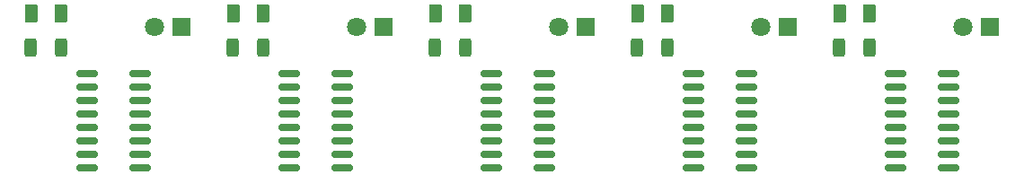
<source format=gts>
%TF.GenerationSoftware,KiCad,Pcbnew,(6.0.11-0)*%
%TF.CreationDate,2025-01-13T00:26:26+09:00*%
%TF.ProjectId,Array,41727261-792e-46b6-9963-61645f706362,rev?*%
%TF.SameCoordinates,Original*%
%TF.FileFunction,Soldermask,Top*%
%TF.FilePolarity,Negative*%
%FSLAX46Y46*%
G04 Gerber Fmt 4.6, Leading zero omitted, Abs format (unit mm)*
G04 Created by KiCad (PCBNEW (6.0.11-0)) date 2025-01-13 00:26:26*
%MOMM*%
%LPD*%
G01*
G04 APERTURE LIST*
G04 Aperture macros list*
%AMRoundRect*
0 Rectangle with rounded corners*
0 $1 Rounding radius*
0 $2 $3 $4 $5 $6 $7 $8 $9 X,Y pos of 4 corners*
0 Add a 4 corners polygon primitive as box body*
4,1,4,$2,$3,$4,$5,$6,$7,$8,$9,$2,$3,0*
0 Add four circle primitives for the rounded corners*
1,1,$1+$1,$2,$3*
1,1,$1+$1,$4,$5*
1,1,$1+$1,$6,$7*
1,1,$1+$1,$8,$9*
0 Add four rect primitives between the rounded corners*
20,1,$1+$1,$2,$3,$4,$5,0*
20,1,$1+$1,$4,$5,$6,$7,0*
20,1,$1+$1,$6,$7,$8,$9,0*
20,1,$1+$1,$8,$9,$2,$3,0*%
G04 Aperture macros list end*
%ADD10RoundRect,0.150000X-0.850000X-0.150000X0.850000X-0.150000X0.850000X0.150000X-0.850000X0.150000X0*%
%ADD11RoundRect,0.250000X0.312500X0.625000X-0.312500X0.625000X-0.312500X-0.625000X0.312500X-0.625000X0*%
%ADD12RoundRect,0.250000X0.375000X0.625000X-0.375000X0.625000X-0.375000X-0.625000X0.375000X-0.625000X0*%
%ADD13R,1.800000X1.800000*%
%ADD14C,1.800000*%
G04 APERTURE END LIST*
D10*
%TO.C,U1*%
X7025000Y-28030000D03*
X7025000Y-29300000D03*
X7025000Y-30570000D03*
X7025000Y-31840000D03*
X7025000Y-33110000D03*
X7025000Y-34380000D03*
X7025000Y-35650000D03*
X7025000Y-36920000D03*
X12025000Y-36920000D03*
X12025000Y-35650000D03*
X12025000Y-34380000D03*
X12025000Y-33110000D03*
X12025000Y-31840000D03*
X12025000Y-30570000D03*
X12025000Y-29300000D03*
X12025000Y-28030000D03*
%TD*%
D11*
%TO.C,R1*%
X4587500Y-25575000D03*
X1662500Y-25575000D03*
%TD*%
D12*
%TO.C,D2*%
X4525000Y-22375000D03*
X1725000Y-22375000D03*
%TD*%
D13*
%TO.C,D_IR1*%
X15925000Y-23675000D03*
D14*
X13385000Y-23675000D03*
%TD*%
D10*
%TO.C,U1*%
X26075000Y-28030000D03*
X26075000Y-29300000D03*
X26075000Y-30570000D03*
X26075000Y-31840000D03*
X26075000Y-33110000D03*
X26075000Y-34380000D03*
X26075000Y-35650000D03*
X26075000Y-36920000D03*
X31075000Y-36920000D03*
X31075000Y-35650000D03*
X31075000Y-34380000D03*
X31075000Y-33110000D03*
X31075000Y-31840000D03*
X31075000Y-30570000D03*
X31075000Y-29300000D03*
X31075000Y-28030000D03*
%TD*%
D11*
%TO.C,R1*%
X23637500Y-25575000D03*
X20712500Y-25575000D03*
%TD*%
D12*
%TO.C,D2*%
X23575000Y-22375000D03*
X20775000Y-22375000D03*
%TD*%
D13*
%TO.C,D_IR1*%
X34975000Y-23675000D03*
D14*
X32435000Y-23675000D03*
%TD*%
D10*
%TO.C,U1*%
X45125000Y-28030000D03*
X45125000Y-29300000D03*
X45125000Y-30570000D03*
X45125000Y-31840000D03*
X45125000Y-33110000D03*
X45125000Y-34380000D03*
X45125000Y-35650000D03*
X45125000Y-36920000D03*
X50125000Y-36920000D03*
X50125000Y-35650000D03*
X50125000Y-34380000D03*
X50125000Y-33110000D03*
X50125000Y-31840000D03*
X50125000Y-30570000D03*
X50125000Y-29300000D03*
X50125000Y-28030000D03*
%TD*%
D11*
%TO.C,R1*%
X42687500Y-25575000D03*
X39762500Y-25575000D03*
%TD*%
D12*
%TO.C,D2*%
X42625000Y-22375000D03*
X39825000Y-22375000D03*
%TD*%
D13*
%TO.C,D_IR1*%
X54025000Y-23675000D03*
D14*
X51485000Y-23675000D03*
%TD*%
D10*
%TO.C,U1*%
X64175000Y-28030000D03*
X64175000Y-29300000D03*
X64175000Y-30570000D03*
X64175000Y-31840000D03*
X64175000Y-33110000D03*
X64175000Y-34380000D03*
X64175000Y-35650000D03*
X64175000Y-36920000D03*
X69175000Y-36920000D03*
X69175000Y-35650000D03*
X69175000Y-34380000D03*
X69175000Y-33110000D03*
X69175000Y-31840000D03*
X69175000Y-30570000D03*
X69175000Y-29300000D03*
X69175000Y-28030000D03*
%TD*%
D11*
%TO.C,R1*%
X61737500Y-25575000D03*
X58812500Y-25575000D03*
%TD*%
D12*
%TO.C,D2*%
X61675000Y-22375000D03*
X58875000Y-22375000D03*
%TD*%
D13*
%TO.C,D_IR1*%
X73075000Y-23675000D03*
D14*
X70535000Y-23675000D03*
%TD*%
D10*
%TO.C,U1*%
X83225000Y-28030000D03*
X83225000Y-29300000D03*
X83225000Y-30570000D03*
X83225000Y-31840000D03*
X83225000Y-33110000D03*
X83225000Y-34380000D03*
X83225000Y-35650000D03*
X83225000Y-36920000D03*
X88225000Y-36920000D03*
X88225000Y-35650000D03*
X88225000Y-34380000D03*
X88225000Y-33110000D03*
X88225000Y-31840000D03*
X88225000Y-30570000D03*
X88225000Y-29300000D03*
X88225000Y-28030000D03*
%TD*%
D11*
%TO.C,R1*%
X80787500Y-25575000D03*
X77862500Y-25575000D03*
%TD*%
D12*
%TO.C,D2*%
X80725000Y-22375000D03*
X77925000Y-22375000D03*
%TD*%
D13*
%TO.C,D_IR1*%
X92125000Y-23675000D03*
D14*
X89585000Y-23675000D03*
%TD*%
M02*

</source>
